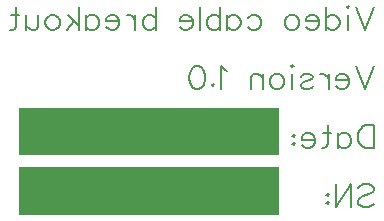
<source format=gbo>
G04 Layer: BottomSilkscreenLayer*
G04 EasyEDA v6.5.20, 2023-01-06 03:34:03*
G04 a67cddfb3fce44daa9051d46cbbcc19f,10*
G04 Gerber Generator version 0.2*
G04 Scale: 100 percent, Rotated: No, Reflected: No *
G04 Dimensions in millimeters *
G04 leading zeros omitted , absolute positions ,4 integer and 5 decimal *
%FSLAX45Y45*%
%MOMM*%

%ADD10C,0.2032*%

%LPD*%
D10*
X8499983Y2305042D02*
G01*
X8426091Y2111080D01*
X8352200Y2305042D02*
G01*
X8426091Y2111080D01*
X8291240Y2305042D02*
G01*
X8282005Y2295806D01*
X8272767Y2305042D01*
X8282005Y2314280D01*
X8291240Y2305042D01*
X8282005Y2240389D02*
G01*
X8282005Y2111080D01*
X8100971Y2305042D02*
G01*
X8100971Y2111080D01*
X8100971Y2212680D02*
G01*
X8119445Y2231151D01*
X8137918Y2240389D01*
X8165627Y2240389D01*
X8184098Y2231151D01*
X8202571Y2212680D01*
X8211807Y2184971D01*
X8211807Y2166498D01*
X8202571Y2138789D01*
X8184098Y2120315D01*
X8165627Y2111080D01*
X8137918Y2111080D01*
X8119445Y2120315D01*
X8100971Y2138789D01*
X8040011Y2184971D02*
G01*
X7929176Y2184971D01*
X7929176Y2203442D01*
X7938411Y2221915D01*
X7947647Y2231151D01*
X7966120Y2240389D01*
X7993829Y2240389D01*
X8012302Y2231151D01*
X8030776Y2212680D01*
X8040011Y2184971D01*
X8040011Y2166498D01*
X8030776Y2138789D01*
X8012302Y2120315D01*
X7993829Y2111080D01*
X7966120Y2111080D01*
X7947647Y2120315D01*
X7929176Y2138789D01*
X7822034Y2240389D02*
G01*
X7840507Y2231151D01*
X7858978Y2212680D01*
X7868216Y2184971D01*
X7868216Y2166498D01*
X7858978Y2138789D01*
X7840507Y2120315D01*
X7822034Y2111080D01*
X7794325Y2111080D01*
X7775851Y2120315D01*
X7757378Y2138789D01*
X7748143Y2166498D01*
X7748143Y2184971D01*
X7757378Y2212680D01*
X7775851Y2231151D01*
X7794325Y2240389D01*
X7822034Y2240389D01*
X7434107Y2212680D02*
G01*
X7452578Y2231151D01*
X7471051Y2240389D01*
X7498760Y2240389D01*
X7517234Y2231151D01*
X7535707Y2212680D01*
X7544943Y2184971D01*
X7544943Y2166498D01*
X7535707Y2138789D01*
X7517234Y2120315D01*
X7498760Y2111080D01*
X7471051Y2111080D01*
X7452578Y2120315D01*
X7434107Y2138789D01*
X7262309Y2240389D02*
G01*
X7262309Y2111080D01*
X7262309Y2212680D02*
G01*
X7280783Y2231151D01*
X7299256Y2240389D01*
X7326965Y2240389D01*
X7345438Y2231151D01*
X7363909Y2212680D01*
X7373147Y2184971D01*
X7373147Y2166498D01*
X7363909Y2138789D01*
X7345438Y2120315D01*
X7326965Y2111080D01*
X7299256Y2111080D01*
X7280783Y2120315D01*
X7262309Y2138789D01*
X7201349Y2305042D02*
G01*
X7201349Y2111080D01*
X7201349Y2212680D02*
G01*
X7182878Y2231151D01*
X7164405Y2240389D01*
X7136696Y2240389D01*
X7118222Y2231151D01*
X7099749Y2212680D01*
X7090514Y2184971D01*
X7090514Y2166498D01*
X7099749Y2138789D01*
X7118222Y2120315D01*
X7136696Y2111080D01*
X7164405Y2111080D01*
X7182878Y2120315D01*
X7201349Y2138789D01*
X7029554Y2305042D02*
G01*
X7029554Y2111080D01*
X6968594Y2184971D02*
G01*
X6857758Y2184971D01*
X6857758Y2203442D01*
X6866994Y2221915D01*
X6876229Y2231151D01*
X6894702Y2240389D01*
X6922411Y2240389D01*
X6940885Y2231151D01*
X6959358Y2212680D01*
X6968594Y2184971D01*
X6968594Y2166498D01*
X6959358Y2138789D01*
X6940885Y2120315D01*
X6922411Y2111080D01*
X6894702Y2111080D01*
X6876229Y2120315D01*
X6857758Y2138789D01*
X6654558Y2305042D02*
G01*
X6654558Y2111080D01*
X6654558Y2212680D02*
G01*
X6636085Y2231151D01*
X6617611Y2240389D01*
X6589902Y2240389D01*
X6571429Y2231151D01*
X6552958Y2212680D01*
X6543720Y2184971D01*
X6543720Y2166498D01*
X6552958Y2138789D01*
X6571429Y2120315D01*
X6589902Y2111080D01*
X6617611Y2111080D01*
X6636085Y2120315D01*
X6654558Y2138789D01*
X6482760Y2240389D02*
G01*
X6482760Y2111080D01*
X6482760Y2184971D02*
G01*
X6473525Y2212680D01*
X6455051Y2231151D01*
X6436578Y2240389D01*
X6408869Y2240389D01*
X6347909Y2184971D02*
G01*
X6237074Y2184971D01*
X6237074Y2203442D01*
X6246309Y2221915D01*
X6255547Y2231151D01*
X6274018Y2240389D01*
X6301727Y2240389D01*
X6320200Y2231151D01*
X6338674Y2212680D01*
X6347909Y2184971D01*
X6347909Y2166498D01*
X6338674Y2138789D01*
X6320200Y2120315D01*
X6301727Y2111080D01*
X6274018Y2111080D01*
X6255547Y2120315D01*
X6237074Y2138789D01*
X6065278Y2240389D02*
G01*
X6065278Y2111080D01*
X6065278Y2212680D02*
G01*
X6083749Y2231151D01*
X6102222Y2240389D01*
X6129931Y2240389D01*
X6148405Y2231151D01*
X6166878Y2212680D01*
X6176114Y2184971D01*
X6176114Y2166498D01*
X6166878Y2138789D01*
X6148405Y2120315D01*
X6129931Y2111080D01*
X6102222Y2111080D01*
X6083749Y2120315D01*
X6065278Y2138789D01*
X6004318Y2305042D02*
G01*
X6004318Y2111080D01*
X5911954Y2240389D02*
G01*
X6004318Y2148024D01*
X5967371Y2184971D02*
G01*
X5902718Y2111080D01*
X5795576Y2240389D02*
G01*
X5814047Y2231151D01*
X5832520Y2212680D01*
X5841758Y2184971D01*
X5841758Y2166498D01*
X5832520Y2138789D01*
X5814047Y2120315D01*
X5795576Y2111080D01*
X5767867Y2111080D01*
X5749394Y2120315D01*
X5730920Y2138789D01*
X5721685Y2166498D01*
X5721685Y2184971D01*
X5730920Y2212680D01*
X5749394Y2231151D01*
X5767867Y2240389D01*
X5795576Y2240389D01*
X5660725Y2240389D02*
G01*
X5660725Y2148024D01*
X5651487Y2120315D01*
X5633016Y2111080D01*
X5605307Y2111080D01*
X5586834Y2120315D01*
X5559125Y2148024D01*
X5559125Y2240389D02*
G01*
X5559125Y2111080D01*
X5470456Y2305042D02*
G01*
X5470456Y2148024D01*
X5461218Y2120315D01*
X5442747Y2111080D01*
X5424274Y2111080D01*
X5498165Y2240389D02*
G01*
X5433509Y2240389D01*
X8499975Y1805048D02*
G01*
X8426084Y1611086D01*
X8352193Y1805048D02*
G01*
X8426084Y1611086D01*
X8291233Y1684977D02*
G01*
X8180397Y1684977D01*
X8180397Y1703448D01*
X8189633Y1721921D01*
X8198871Y1731157D01*
X8217341Y1740395D01*
X8245050Y1740395D01*
X8263524Y1731157D01*
X8281997Y1712686D01*
X8291233Y1684977D01*
X8291233Y1666504D01*
X8281997Y1638795D01*
X8263524Y1620321D01*
X8245050Y1611086D01*
X8217341Y1611086D01*
X8198871Y1620321D01*
X8180397Y1638795D01*
X8119437Y1740395D02*
G01*
X8119437Y1611086D01*
X8119437Y1684977D02*
G01*
X8110199Y1712686D01*
X8091728Y1731157D01*
X8073255Y1740395D01*
X8045546Y1740395D01*
X7882986Y1712686D02*
G01*
X7892221Y1731157D01*
X7919930Y1740395D01*
X7947639Y1740395D01*
X7975351Y1731157D01*
X7984586Y1712686D01*
X7975351Y1694213D01*
X7956877Y1684977D01*
X7910695Y1675739D01*
X7892221Y1666504D01*
X7882986Y1648030D01*
X7882986Y1638795D01*
X7892221Y1620321D01*
X7919930Y1611086D01*
X7947639Y1611086D01*
X7975351Y1620321D01*
X7984586Y1638795D01*
X7822026Y1805048D02*
G01*
X7812791Y1795813D01*
X7803553Y1805048D01*
X7812791Y1814286D01*
X7822026Y1805048D01*
X7812791Y1740395D02*
G01*
X7812791Y1611086D01*
X7696410Y1740395D02*
G01*
X7714884Y1731157D01*
X7733357Y1712686D01*
X7742593Y1684977D01*
X7742593Y1666504D01*
X7733357Y1638795D01*
X7714884Y1620321D01*
X7696410Y1611086D01*
X7668701Y1611086D01*
X7650231Y1620321D01*
X7631757Y1638795D01*
X7622519Y1666504D01*
X7622519Y1684977D01*
X7631757Y1712686D01*
X7650231Y1731157D01*
X7668701Y1740395D01*
X7696410Y1740395D01*
X7561559Y1740395D02*
G01*
X7561559Y1611086D01*
X7561559Y1703448D02*
G01*
X7533850Y1731157D01*
X7515379Y1740395D01*
X7487671Y1740395D01*
X7469197Y1731157D01*
X7459959Y1703448D01*
X7459959Y1611086D01*
X7256759Y1768104D02*
G01*
X7238288Y1777339D01*
X7210579Y1805048D01*
X7210579Y1611086D01*
X7140381Y1657266D02*
G01*
X7149619Y1648030D01*
X7140381Y1638795D01*
X7131146Y1648030D01*
X7140381Y1657266D01*
X7014768Y1805048D02*
G01*
X7042477Y1795813D01*
X7060951Y1768104D01*
X7070186Y1721921D01*
X7070186Y1694213D01*
X7060951Y1648030D01*
X7042477Y1620321D01*
X7014768Y1611086D01*
X6996295Y1611086D01*
X6968586Y1620321D01*
X6950113Y1648030D01*
X6940877Y1694213D01*
X6940877Y1721921D01*
X6950113Y1768104D01*
X6968586Y1795813D01*
X6996295Y1805048D01*
X7014768Y1805048D01*
X8499965Y1305052D02*
G01*
X8499965Y1111089D01*
X8499965Y1305052D02*
G01*
X8435309Y1305052D01*
X8407600Y1295816D01*
X8389129Y1277343D01*
X8379891Y1258869D01*
X8370656Y1231160D01*
X8370656Y1184981D01*
X8379891Y1157269D01*
X8389129Y1138798D01*
X8407600Y1120325D01*
X8435309Y1111089D01*
X8499965Y1111089D01*
X8198860Y1240398D02*
G01*
X8198860Y1111089D01*
X8198860Y1212689D02*
G01*
X8217331Y1231160D01*
X8235805Y1240398D01*
X8263514Y1240398D01*
X8281987Y1231160D01*
X8300460Y1212689D01*
X8309696Y1184981D01*
X8309696Y1166507D01*
X8300460Y1138798D01*
X8281987Y1120325D01*
X8263514Y1111089D01*
X8235805Y1111089D01*
X8217331Y1120325D01*
X8198860Y1138798D01*
X8110189Y1305052D02*
G01*
X8110189Y1148034D01*
X8100954Y1120325D01*
X8082480Y1111089D01*
X8064009Y1111089D01*
X8137900Y1240398D02*
G01*
X8073245Y1240398D01*
X8003049Y1184981D02*
G01*
X7892211Y1184981D01*
X7892211Y1203452D01*
X7901449Y1221925D01*
X7910685Y1231160D01*
X7929158Y1240398D01*
X7956867Y1240398D01*
X7975340Y1231160D01*
X7993811Y1212689D01*
X8003049Y1184981D01*
X8003049Y1166507D01*
X7993811Y1138798D01*
X7975340Y1120325D01*
X7956867Y1111089D01*
X7929158Y1111089D01*
X7910685Y1120325D01*
X7892211Y1138798D01*
X7822016Y1221925D02*
G01*
X7831251Y1212689D01*
X7822016Y1203452D01*
X7812780Y1212689D01*
X7822016Y1221925D01*
X7822016Y1157269D02*
G01*
X7831251Y1148034D01*
X7822016Y1138798D01*
X7812780Y1148034D01*
X7822016Y1157269D01*
X8370656Y777344D02*
G01*
X8389129Y795817D01*
X8416838Y805053D01*
X8453782Y805053D01*
X8481491Y795817D01*
X8499965Y777344D01*
X8499965Y758870D01*
X8490729Y740399D01*
X8481491Y731161D01*
X8463020Y721926D01*
X8407600Y703453D01*
X8389129Y694217D01*
X8379891Y684982D01*
X8370656Y666508D01*
X8370656Y638799D01*
X8389129Y620326D01*
X8416838Y611090D01*
X8453782Y611090D01*
X8481491Y620326D01*
X8499965Y638799D01*
X8309696Y805053D02*
G01*
X8309696Y611090D01*
X8309696Y805053D02*
G01*
X8180387Y611090D01*
X8180387Y805053D02*
G01*
X8180387Y611090D01*
X8110189Y721926D02*
G01*
X8119427Y712690D01*
X8110189Y703453D01*
X8100954Y712690D01*
X8110189Y721926D01*
X8110189Y657270D02*
G01*
X8119427Y648035D01*
X8110189Y638799D01*
X8100954Y648035D01*
X8110189Y657270D01*
G36*
X5499963Y950010D02*
G01*
X5499963Y550011D01*
X7699959Y550011D01*
X7699959Y950010D01*
G37*
G36*
X5499963Y1449984D02*
G01*
X5499963Y1049985D01*
X7699959Y1049985D01*
X7699959Y1449984D01*
G37*
M02*

</source>
